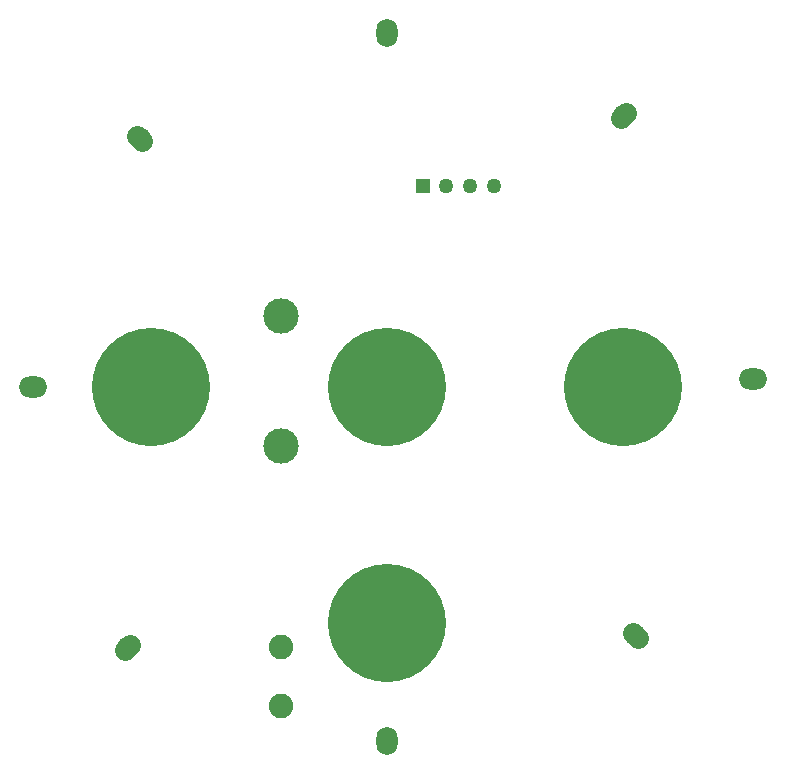
<source format=gbr>
G04 #@! TF.GenerationSoftware,KiCad,Pcbnew,(5.0.0)*
G04 #@! TF.CreationDate,2019-01-02T21:37:44-05:00*
G04 #@! TF.ProjectId,bikesenseCap,62696B6573656E73654361702E6B6963,REV B*
G04 #@! TF.SameCoordinates,Original*
G04 #@! TF.FileFunction,Soldermask,Bot*
G04 #@! TF.FilePolarity,Negative*
%FSLAX46Y46*%
G04 Gerber Fmt 4.6, Leading zero omitted, Abs format (unit mm)*
G04 Created by KiCad (PCBNEW (5.0.0)) date 01/02/19 21:37:44*
%MOMM*%
%LPD*%
G01*
G04 APERTURE LIST*
%ADD10C,10.000000*%
%ADD11R,1.270000X1.270000*%
%ADD12C,1.270000*%
%ADD13C,2.082800*%
%ADD14C,3.000000*%
%ADD15O,2.400000X1.800000*%
%ADD16C,1.800000*%
%ADD17C,1.800000*%
%ADD18O,1.800000X2.400000*%
G04 APERTURE END LIST*
D10*
G04 #@! TO.C,J5*
X150000000Y-120000000D03*
G04 #@! TD*
D11*
G04 #@! TO.C,J1*
X153000260Y-83000000D03*
D12*
X155001780Y-83000000D03*
X156998220Y-83000000D03*
X158999740Y-83000000D03*
G04 #@! TD*
D10*
G04 #@! TO.C,J2*
X130000000Y-100000000D03*
G04 #@! TD*
G04 #@! TO.C,J3*
X150000000Y-100000000D03*
G04 #@! TD*
G04 #@! TO.C,J4*
X170000000Y-100000000D03*
G04 #@! TD*
D13*
G04 #@! TO.C,J10*
X141000000Y-122000000D03*
G04 #@! TD*
G04 #@! TO.C,J11*
X141000000Y-127000000D03*
G04 #@! TD*
D14*
G04 #@! TO.C,REF\002A\002A*
X141000000Y-94000000D03*
G04 #@! TD*
G04 #@! TO.C,REF\002A\002A*
X141000000Y-105000000D03*
G04 #@! TD*
D15*
G04 #@! TO.C,D11*
X120000000Y-100000000D03*
G04 #@! TD*
D16*
G04 #@! TO.C,D12*
X129045000Y-78954600D03*
D17*
X128832868Y-78742468D02*
X129257132Y-79166732D01*
G04 #@! TD*
D16*
G04 #@! TO.C,D13*
X128045000Y-122045000D03*
D17*
X128257132Y-121832868D02*
X127832868Y-122257132D01*
G04 #@! TD*
D18*
G04 #@! TO.C,D14*
X150000000Y-70000000D03*
G04 #@! TD*
G04 #@! TO.C,D15*
X150000000Y-130000000D03*
G04 #@! TD*
D16*
G04 #@! TO.C,D16*
X170045000Y-77000000D03*
D17*
X169832868Y-77212132D02*
X170257132Y-76787868D01*
G04 #@! TD*
D16*
G04 #@! TO.C,D17*
X171000000Y-121000000D03*
D17*
X171212132Y-121212132D02*
X170787868Y-120787868D01*
G04 #@! TD*
D15*
G04 #@! TO.C,D18*
X181000000Y-99350000D03*
G04 #@! TD*
M02*

</source>
